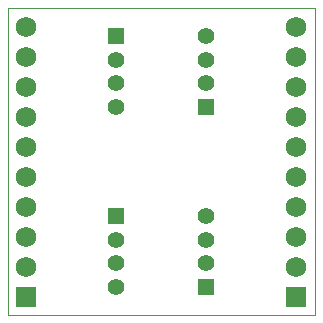
<source format=gbs>
G75*
%MOIN*%
%OFA0B0*%
%FSLAX25Y25*%
%IPPOS*%
%LPD*%
%AMOC8*
5,1,8,0,0,1.08239X$1,22.5*
%
%ADD10C,0.00000*%
%ADD11R,0.05550X0.05550*%
%ADD12C,0.05550*%
%ADD13R,0.06900X0.06900*%
%ADD14C,0.06900*%
D10*
X0001000Y0001000D02*
X0103500Y0001039D01*
X0103500Y0103500D01*
X0001000Y0103500D01*
X0001000Y0001000D01*
D11*
X0037250Y0034061D03*
X0067250Y0010439D03*
X0067250Y0070439D03*
X0037250Y0094061D03*
D12*
X0037250Y0086187D03*
X0037250Y0078313D03*
X0037250Y0070439D03*
X0067250Y0078313D03*
X0067250Y0086187D03*
X0067250Y0094061D03*
X0067250Y0034061D03*
X0067250Y0026187D03*
X0067250Y0018313D03*
X0037250Y0018313D03*
X0037250Y0026187D03*
X0037250Y0010439D03*
D13*
X0007250Y0007250D03*
X0097250Y0007250D03*
D14*
X0097250Y0017250D03*
X0097250Y0027250D03*
X0097250Y0037250D03*
X0097250Y0047250D03*
X0097250Y0057250D03*
X0097250Y0067250D03*
X0097250Y0077250D03*
X0097250Y0087250D03*
X0097250Y0097250D03*
X0007250Y0097250D03*
X0007250Y0087250D03*
X0007250Y0077250D03*
X0007250Y0067250D03*
X0007250Y0057250D03*
X0007250Y0047250D03*
X0007250Y0037250D03*
X0007250Y0027250D03*
X0007250Y0017250D03*
M02*

</source>
